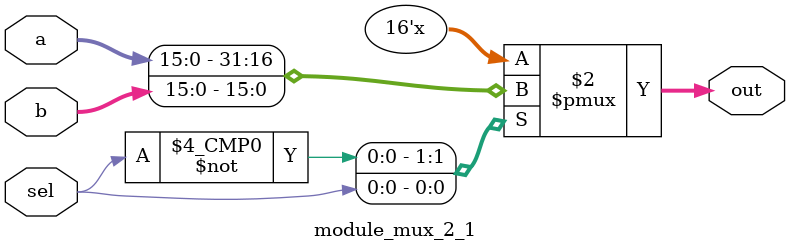
<source format=sv>
`timescale 1ns / 1ps
module module_mux_2_1 (
    input logic [15 : 0]       a, //entrada 1
    input logic [15 : 0]       b, //entrada 2
    input logic               sel, //seleccion
    output logic [15 : 0]      out //salida
);

always_comb begin
    case(sel)
        1'b0:       out = a;
        1'b1:       out = b;
        default:    out = '0;
    endcase
end
endmodule


</source>
